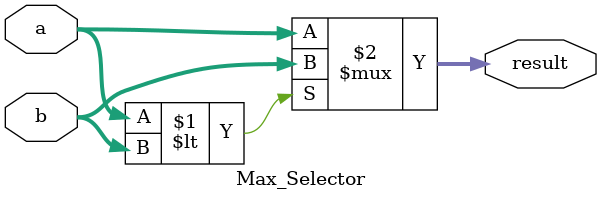
<source format=sv>
`timescale 1ns / 1ps


module Max_Selector #(
    parameter BITWIDTH = 16
)(
    input   logic   [BITWIDTH - 1 : 0] a,
    input   logic   [BITWIDTH - 1 : 0] b,
    output  logic   [BITWIDTH - 1 : 0] result

);

/// TODO: Handle signed integers

assign result = (a < b)? (b):(a);



endmodule


</source>
